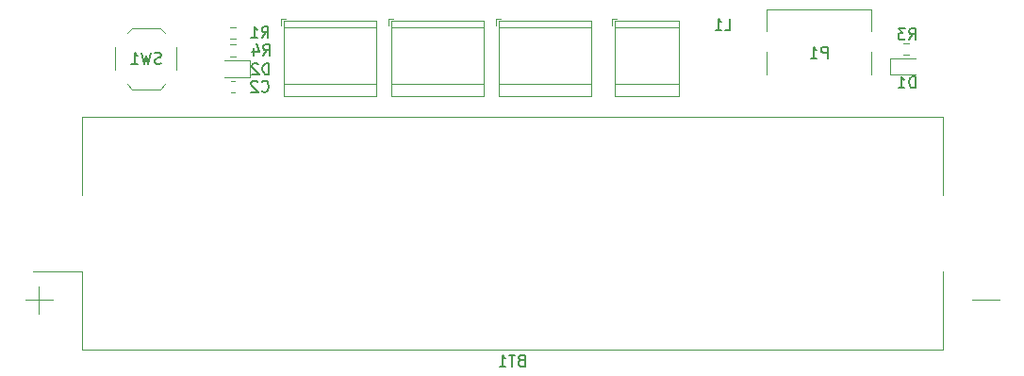
<source format=gbo>
G04 #@! TF.GenerationSoftware,KiCad,Pcbnew,(5.1.12)-1*
G04 #@! TF.CreationDate,2022-06-29T22:30:09+05:00*
G04 #@! TF.ProjectId,YNXT-WM01,594e5854-2d57-44d3-9031-2e6b69636164,rev?*
G04 #@! TF.SameCoordinates,Original*
G04 #@! TF.FileFunction,Legend,Bot*
G04 #@! TF.FilePolarity,Positive*
%FSLAX46Y46*%
G04 Gerber Fmt 4.6, Leading zero omitted, Abs format (unit mm)*
G04 Created by KiCad (PCBNEW (5.1.12)-1) date 2022-06-29 22:30:09*
%MOMM*%
%LPD*%
G01*
G04 APERTURE LIST*
%ADD10C,0.120000*%
%ADD11C,0.150000*%
%ADD12R,7.340000X6.350000*%
%ADD13C,2.390000*%
%ADD14R,1.700000X1.700000*%
%ADD15O,1.700000X1.700000*%
%ADD16O,1.750000X4.500000*%
%ADD17C,2.100000*%
%ADD18R,2.100000X2.100000*%
%ADD19R,1.700000X1.000000*%
%ADD20O,1.000000X1.600000*%
%ADD21C,0.650000*%
%ADD22O,1.000000X2.100000*%
%ADD23R,0.300000X1.450000*%
%ADD24R,0.600000X1.450000*%
%ADD25C,2.500000*%
G04 APERTURE END LIST*
D10*
X90718001Y-117205001D02*
X90718001Y-119705001D01*
X89468001Y-118455001D02*
X91968001Y-118455001D01*
X176968001Y-118455001D02*
X174468001Y-118455001D01*
X171858001Y-115895001D02*
X171858001Y-122875001D01*
X171858001Y-122895001D02*
X94578001Y-122895001D01*
X94578001Y-122895001D02*
X94578001Y-115895001D01*
X171858001Y-109015001D02*
X171858001Y-102015001D01*
X171858001Y-102015001D02*
X94578001Y-102015001D01*
X94578001Y-102015001D02*
X94578001Y-109015001D01*
X94578001Y-115895001D02*
X90218001Y-115895001D01*
X142398000Y-93924000D02*
X148178000Y-93924000D01*
X142398000Y-99024000D02*
X148178000Y-99024000D01*
X142398000Y-100144000D02*
X148178000Y-100144000D01*
X142398000Y-93404000D02*
X148178000Y-93404000D01*
X142398000Y-100144000D02*
X142398000Y-93404000D01*
X148178000Y-100144000D02*
X148178000Y-93404000D01*
X142158000Y-93804000D02*
X142158000Y-93164000D01*
X142158000Y-93164000D02*
X142558000Y-93164000D01*
X107999920Y-99824000D02*
X108281080Y-99824000D01*
X107999920Y-98804000D02*
X108281080Y-98804000D01*
X167120200Y-96737500D02*
X169405200Y-96737500D01*
X167120200Y-98207500D02*
X167120200Y-96737500D01*
X169405200Y-98207500D02*
X167120200Y-98207500D01*
X112440000Y-93164000D02*
X112840000Y-93164000D01*
X112440000Y-93804000D02*
X112440000Y-93164000D01*
X121000000Y-100144000D02*
X121000000Y-93404000D01*
X112680000Y-100144000D02*
X112680000Y-93404000D01*
X112680000Y-93404000D02*
X121000000Y-93404000D01*
X112680000Y-100144000D02*
X121000000Y-100144000D01*
X112680000Y-99024000D02*
X121000000Y-99024000D01*
X112680000Y-93924000D02*
X121000000Y-93924000D01*
X122332000Y-93924000D02*
X130652000Y-93924000D01*
X122332000Y-99024000D02*
X130652000Y-99024000D01*
X122332000Y-100144000D02*
X130652000Y-100144000D01*
X122332000Y-93404000D02*
X130652000Y-93404000D01*
X122332000Y-100144000D02*
X122332000Y-93404000D01*
X130652000Y-100144000D02*
X130652000Y-93404000D01*
X122092000Y-93804000D02*
X122092000Y-93164000D01*
X122092000Y-93164000D02*
X122492000Y-93164000D01*
X131744000Y-93164000D02*
X132144000Y-93164000D01*
X131744000Y-93804000D02*
X131744000Y-93164000D01*
X140304000Y-100144000D02*
X140304000Y-93404000D01*
X131984000Y-100144000D02*
X131984000Y-93404000D01*
X131984000Y-93404000D02*
X140304000Y-93404000D01*
X131984000Y-100144000D02*
X140304000Y-100144000D01*
X131984000Y-99024000D02*
X140304000Y-99024000D01*
X131984000Y-93924000D02*
X140304000Y-93924000D01*
X108389958Y-93927400D02*
X107915442Y-93927400D01*
X108389958Y-94972400D02*
X107915442Y-94972400D01*
X168367942Y-95362500D02*
X168842458Y-95362500D01*
X168367942Y-96407500D02*
X168842458Y-96407500D01*
X101580000Y-94024000D02*
X99080000Y-94024000D01*
X103080000Y-95774000D02*
X103080000Y-97774000D01*
X101580000Y-99524000D02*
X99080000Y-99524000D01*
X97580000Y-95774000D02*
X97580000Y-97774000D01*
X102030000Y-94474000D02*
X101580000Y-94024000D01*
X98630000Y-94474000D02*
X99080000Y-94024000D01*
X98630000Y-99074000D02*
X99080000Y-99524000D01*
X102030000Y-99074000D02*
X101580000Y-99524000D01*
X107353200Y-96953400D02*
X109638200Y-96953400D01*
X109638200Y-96953400D02*
X109638200Y-98423400D01*
X109638200Y-98423400D02*
X107353200Y-98423400D01*
X107915942Y-96559900D02*
X108390458Y-96559900D01*
X107915942Y-95514900D02*
X108390458Y-95514900D01*
X156082000Y-94266000D02*
X156082000Y-92366000D01*
X156082000Y-98166000D02*
X156082000Y-96166000D01*
X165482000Y-94266000D02*
X165482000Y-92366000D01*
X165482000Y-98166000D02*
X165482000Y-96166000D01*
X156082000Y-92366000D02*
X165482000Y-92366000D01*
D11*
X134003715Y-123883572D02*
X133860858Y-123931191D01*
X133813239Y-123978810D01*
X133765620Y-124074048D01*
X133765620Y-124216905D01*
X133813239Y-124312143D01*
X133860858Y-124359762D01*
X133956096Y-124407381D01*
X134337048Y-124407381D01*
X134337048Y-123407381D01*
X134003715Y-123407381D01*
X133908477Y-123455001D01*
X133860858Y-123502620D01*
X133813239Y-123597858D01*
X133813239Y-123693096D01*
X133860858Y-123788334D01*
X133908477Y-123835953D01*
X134003715Y-123883572D01*
X134337048Y-123883572D01*
X133479905Y-123407381D02*
X132908477Y-123407381D01*
X133194191Y-124407381D02*
X133194191Y-123407381D01*
X132051334Y-124407381D02*
X132622762Y-124407381D01*
X132337048Y-124407381D02*
X132337048Y-123407381D01*
X132432286Y-123550239D01*
X132527524Y-123645477D01*
X132622762Y-123693096D01*
X152312666Y-94178380D02*
X152788857Y-94178380D01*
X152788857Y-93178380D01*
X151455523Y-94178380D02*
X152026952Y-94178380D01*
X151741238Y-94178380D02*
X151741238Y-93178380D01*
X151836476Y-93321238D01*
X151931714Y-93416476D01*
X152026952Y-93464095D01*
X110720166Y-99671142D02*
X110767785Y-99718761D01*
X110910642Y-99766380D01*
X111005880Y-99766380D01*
X111148738Y-99718761D01*
X111243976Y-99623523D01*
X111291595Y-99528285D01*
X111339214Y-99337809D01*
X111339214Y-99194952D01*
X111291595Y-99004476D01*
X111243976Y-98909238D01*
X111148738Y-98814000D01*
X111005880Y-98766380D01*
X110910642Y-98766380D01*
X110767785Y-98814000D01*
X110720166Y-98861619D01*
X110339214Y-98861619D02*
X110291595Y-98814000D01*
X110196357Y-98766380D01*
X109958261Y-98766380D01*
X109863023Y-98814000D01*
X109815404Y-98861619D01*
X109767785Y-98956857D01*
X109767785Y-99052095D01*
X109815404Y-99194952D01*
X110386833Y-99766380D01*
X109767785Y-99766380D01*
X169406795Y-99385380D02*
X169406795Y-98385380D01*
X169168700Y-98385380D01*
X169025842Y-98433000D01*
X168930604Y-98528238D01*
X168882985Y-98623476D01*
X168835366Y-98813952D01*
X168835366Y-98956809D01*
X168882985Y-99147285D01*
X168930604Y-99242523D01*
X169025842Y-99337761D01*
X169168700Y-99385380D01*
X169406795Y-99385380D01*
X167882985Y-99385380D02*
X168454414Y-99385380D01*
X168168700Y-99385380D02*
X168168700Y-98385380D01*
X168263938Y-98528238D01*
X168359176Y-98623476D01*
X168454414Y-98671095D01*
X110732866Y-94902280D02*
X111066200Y-94426090D01*
X111304295Y-94902280D02*
X111304295Y-93902280D01*
X110923342Y-93902280D01*
X110828104Y-93949900D01*
X110780485Y-93997519D01*
X110732866Y-94092757D01*
X110732866Y-94235614D01*
X110780485Y-94330852D01*
X110828104Y-94378471D01*
X110923342Y-94426090D01*
X111304295Y-94426090D01*
X109780485Y-94902280D02*
X110351914Y-94902280D01*
X110066200Y-94902280D02*
X110066200Y-93902280D01*
X110161438Y-94045138D01*
X110256676Y-94140376D01*
X110351914Y-94187995D01*
X168835366Y-95067380D02*
X169168700Y-94591190D01*
X169406795Y-95067380D02*
X169406795Y-94067380D01*
X169025842Y-94067380D01*
X168930604Y-94115000D01*
X168882985Y-94162619D01*
X168835366Y-94257857D01*
X168835366Y-94400714D01*
X168882985Y-94495952D01*
X168930604Y-94543571D01*
X169025842Y-94591190D01*
X169406795Y-94591190D01*
X168502033Y-94067380D02*
X167882985Y-94067380D01*
X168216319Y-94448333D01*
X168073461Y-94448333D01*
X167978223Y-94495952D01*
X167930604Y-94543571D01*
X167882985Y-94638809D01*
X167882985Y-94876904D01*
X167930604Y-94972142D01*
X167978223Y-95019761D01*
X168073461Y-95067380D01*
X168359176Y-95067380D01*
X168454414Y-95019761D01*
X168502033Y-94972142D01*
X101663333Y-97178761D02*
X101520476Y-97226380D01*
X101282380Y-97226380D01*
X101187142Y-97178761D01*
X101139523Y-97131142D01*
X101091904Y-97035904D01*
X101091904Y-96940666D01*
X101139523Y-96845428D01*
X101187142Y-96797809D01*
X101282380Y-96750190D01*
X101472857Y-96702571D01*
X101568095Y-96654952D01*
X101615714Y-96607333D01*
X101663333Y-96512095D01*
X101663333Y-96416857D01*
X101615714Y-96321619D01*
X101568095Y-96274000D01*
X101472857Y-96226380D01*
X101234761Y-96226380D01*
X101091904Y-96274000D01*
X100758571Y-96226380D02*
X100520476Y-97226380D01*
X100330000Y-96512095D01*
X100139523Y-97226380D01*
X99901428Y-96226380D01*
X98996666Y-97226380D02*
X99568095Y-97226380D01*
X99282380Y-97226380D02*
X99282380Y-96226380D01*
X99377619Y-96369238D01*
X99472857Y-96464476D01*
X99568095Y-96512095D01*
X111367795Y-98204280D02*
X111367795Y-97204280D01*
X111129700Y-97204280D01*
X110986842Y-97251900D01*
X110891604Y-97347138D01*
X110843985Y-97442376D01*
X110796366Y-97632852D01*
X110796366Y-97775709D01*
X110843985Y-97966185D01*
X110891604Y-98061423D01*
X110986842Y-98156661D01*
X111129700Y-98204280D01*
X111367795Y-98204280D01*
X110415414Y-97299519D02*
X110367795Y-97251900D01*
X110272557Y-97204280D01*
X110034461Y-97204280D01*
X109939223Y-97251900D01*
X109891604Y-97299519D01*
X109843985Y-97394757D01*
X109843985Y-97489995D01*
X109891604Y-97632852D01*
X110463033Y-98204280D01*
X109843985Y-98204280D01*
X110859866Y-96489780D02*
X111193200Y-96013590D01*
X111431295Y-96489780D02*
X111431295Y-95489780D01*
X111050342Y-95489780D01*
X110955104Y-95537400D01*
X110907485Y-95585019D01*
X110859866Y-95680257D01*
X110859866Y-95823114D01*
X110907485Y-95918352D01*
X110955104Y-95965971D01*
X111050342Y-96013590D01*
X111431295Y-96013590D01*
X110002723Y-95823114D02*
X110002723Y-96489780D01*
X110240819Y-95442161D02*
X110478914Y-96156447D01*
X109859866Y-96156447D01*
X161520095Y-96718380D02*
X161520095Y-95718380D01*
X161139142Y-95718380D01*
X161043904Y-95766000D01*
X160996285Y-95813619D01*
X160948666Y-95908857D01*
X160948666Y-96051714D01*
X160996285Y-96146952D01*
X161043904Y-96194571D01*
X161139142Y-96242190D01*
X161520095Y-96242190D01*
X159996285Y-96718380D02*
X160567714Y-96718380D01*
X160282000Y-96718380D02*
X160282000Y-95718380D01*
X160377238Y-95861238D01*
X160472476Y-95956476D01*
X160567714Y-96004095D01*
%LPC*%
D12*
X93888001Y-112455001D03*
X172548001Y-112455001D03*
D13*
X97288001Y-120455001D03*
D14*
X115570000Y-125603000D03*
D15*
X118110000Y-125603000D03*
X120650000Y-125603000D03*
X123190000Y-125603000D03*
X125730000Y-125603000D03*
D16*
X153771000Y-96774000D03*
X150521000Y-96774000D03*
D17*
X146558000Y-96774000D03*
D18*
X144018000Y-96774000D03*
G36*
G01*
X108465500Y-99564000D02*
X108465500Y-99064000D01*
G75*
G02*
X108690500Y-98839000I225000J0D01*
G01*
X109140500Y-98839000D01*
G75*
G02*
X109365500Y-99064000I0J-225000D01*
G01*
X109365500Y-99564000D01*
G75*
G02*
X109140500Y-99789000I-225000J0D01*
G01*
X108690500Y-99789000D01*
G75*
G02*
X108465500Y-99564000I0J225000D01*
G01*
G37*
G36*
G01*
X106915500Y-99564000D02*
X106915500Y-99064000D01*
G75*
G02*
X107140500Y-98839000I225000J0D01*
G01*
X107590500Y-98839000D01*
G75*
G02*
X107815500Y-99064000I0J-225000D01*
G01*
X107815500Y-99564000D01*
G75*
G02*
X107590500Y-99789000I-225000J0D01*
G01*
X107140500Y-99789000D01*
G75*
G02*
X106915500Y-99564000I0J225000D01*
G01*
G37*
G36*
G01*
X167380200Y-97728750D02*
X167380200Y-97216250D01*
G75*
G02*
X167598950Y-96997500I218750J0D01*
G01*
X168036450Y-96997500D01*
G75*
G02*
X168255200Y-97216250I0J-218750D01*
G01*
X168255200Y-97728750D01*
G75*
G02*
X168036450Y-97947500I-218750J0D01*
G01*
X167598950Y-97947500D01*
G75*
G02*
X167380200Y-97728750I0J218750D01*
G01*
G37*
G36*
G01*
X168955200Y-97728750D02*
X168955200Y-97216250D01*
G75*
G02*
X169173950Y-96997500I218750J0D01*
G01*
X169611450Y-96997500D01*
G75*
G02*
X169830200Y-97216250I0J-218750D01*
G01*
X169830200Y-97728750D01*
G75*
G02*
X169611450Y-97947500I-218750J0D01*
G01*
X169173950Y-97947500D01*
G75*
G02*
X168955200Y-97728750I0J218750D01*
G01*
G37*
X114300000Y-96774000D03*
D17*
X116840000Y-96774000D03*
X119380000Y-96774000D03*
X129032000Y-96774000D03*
X126492000Y-96774000D03*
D18*
X123952000Y-96774000D03*
X133604000Y-96774000D03*
D17*
X136144000Y-96774000D03*
X138684000Y-96774000D03*
G36*
G01*
X107727700Y-94174900D02*
X107727700Y-94724900D01*
G75*
G02*
X107527700Y-94924900I-200000J0D01*
G01*
X107127700Y-94924900D01*
G75*
G02*
X106927700Y-94724900I0J200000D01*
G01*
X106927700Y-94174900D01*
G75*
G02*
X107127700Y-93974900I200000J0D01*
G01*
X107527700Y-93974900D01*
G75*
G02*
X107727700Y-94174900I0J-200000D01*
G01*
G37*
G36*
G01*
X109377700Y-94174900D02*
X109377700Y-94724900D01*
G75*
G02*
X109177700Y-94924900I-200000J0D01*
G01*
X108777700Y-94924900D01*
G75*
G02*
X108577700Y-94724900I0J200000D01*
G01*
X108577700Y-94174900D01*
G75*
G02*
X108777700Y-93974900I200000J0D01*
G01*
X109177700Y-93974900D01*
G75*
G02*
X109377700Y-94174900I0J-200000D01*
G01*
G37*
G36*
G01*
X167380200Y-96160000D02*
X167380200Y-95610000D01*
G75*
G02*
X167580200Y-95410000I200000J0D01*
G01*
X167980200Y-95410000D01*
G75*
G02*
X168180200Y-95610000I0J-200000D01*
G01*
X168180200Y-96160000D01*
G75*
G02*
X167980200Y-96360000I-200000J0D01*
G01*
X167580200Y-96360000D01*
G75*
G02*
X167380200Y-96160000I0J200000D01*
G01*
G37*
G36*
G01*
X169030200Y-96160000D02*
X169030200Y-95610000D01*
G75*
G02*
X169230200Y-95410000I200000J0D01*
G01*
X169630200Y-95410000D01*
G75*
G02*
X169830200Y-95610000I0J-200000D01*
G01*
X169830200Y-96160000D01*
G75*
G02*
X169630200Y-96360000I-200000J0D01*
G01*
X169230200Y-96360000D01*
G75*
G02*
X169030200Y-96160000I0J200000D01*
G01*
G37*
D19*
X103480000Y-94874000D03*
X97180000Y-94874000D03*
X103480000Y-98674000D03*
X97180000Y-98674000D03*
G36*
G01*
X109378200Y-97432150D02*
X109378200Y-97944650D01*
G75*
G02*
X109159450Y-98163400I-218750J0D01*
G01*
X108721950Y-98163400D01*
G75*
G02*
X108503200Y-97944650I0J218750D01*
G01*
X108503200Y-97432150D01*
G75*
G02*
X108721950Y-97213400I218750J0D01*
G01*
X109159450Y-97213400D01*
G75*
G02*
X109378200Y-97432150I0J-218750D01*
G01*
G37*
G36*
G01*
X107803200Y-97432150D02*
X107803200Y-97944650D01*
G75*
G02*
X107584450Y-98163400I-218750J0D01*
G01*
X107146950Y-98163400D01*
G75*
G02*
X106928200Y-97944650I0J218750D01*
G01*
X106928200Y-97432150D01*
G75*
G02*
X107146950Y-97213400I218750J0D01*
G01*
X107584450Y-97213400D01*
G75*
G02*
X107803200Y-97432150I0J-218750D01*
G01*
G37*
G36*
G01*
X106928200Y-96312400D02*
X106928200Y-95762400D01*
G75*
G02*
X107128200Y-95562400I200000J0D01*
G01*
X107528200Y-95562400D01*
G75*
G02*
X107728200Y-95762400I0J-200000D01*
G01*
X107728200Y-96312400D01*
G75*
G02*
X107528200Y-96512400I-200000J0D01*
G01*
X107128200Y-96512400D01*
G75*
G02*
X106928200Y-96312400I0J200000D01*
G01*
G37*
G36*
G01*
X108578200Y-96312400D02*
X108578200Y-95762400D01*
G75*
G02*
X108778200Y-95562400I200000J0D01*
G01*
X109178200Y-95562400D01*
G75*
G02*
X109378200Y-95762400I0J-200000D01*
G01*
X109378200Y-96312400D01*
G75*
G02*
X109178200Y-96512400I-200000J0D01*
G01*
X108778200Y-96512400D01*
G75*
G02*
X108578200Y-96312400I0J200000D01*
G01*
G37*
D20*
X165102000Y-95216000D03*
D21*
X163672000Y-98866000D03*
D20*
X156462000Y-95216000D03*
D21*
X157892000Y-98866000D03*
D22*
X156462000Y-99396000D03*
X165102000Y-99396000D03*
D23*
X160532000Y-100311000D03*
X162532000Y-100311000D03*
X162032000Y-100311000D03*
X161532000Y-100311000D03*
X161032000Y-100311000D03*
X160032000Y-100311000D03*
X159532000Y-100311000D03*
X159032000Y-100311000D03*
D24*
X164032000Y-100311000D03*
X163232000Y-100311000D03*
X158332000Y-100311000D03*
X157532000Y-100311000D03*
X157532000Y-100311000D03*
X158332000Y-100311000D03*
X163232000Y-100311000D03*
X164032000Y-100311000D03*
D25*
X173609000Y-94869000D03*
X173609000Y-124587000D03*
X91821000Y-124587000D03*
X91821000Y-94869000D03*
D14*
X134366000Y-125603000D03*
D15*
X136906000Y-125603000D03*
X139446000Y-125603000D03*
X141986000Y-125603000D03*
X144526000Y-125603000D03*
X147066000Y-125603000D03*
X149606000Y-125603000D03*
X152146000Y-125603000D03*
X154686000Y-125603000D03*
M02*

</source>
